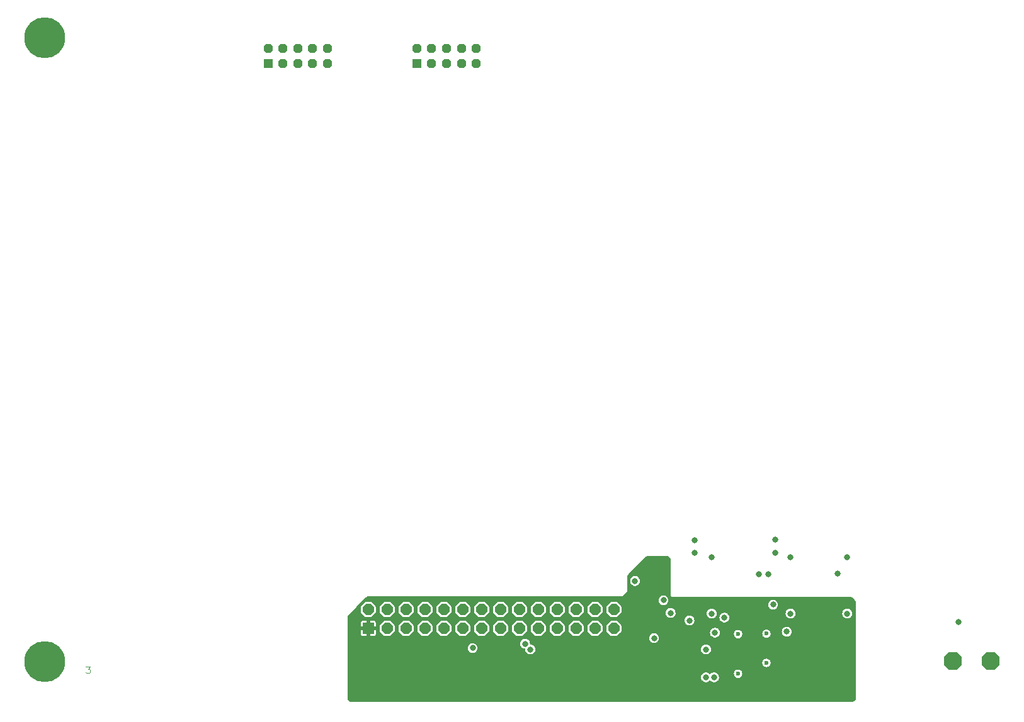
<source format=gbr>
%TF.GenerationSoftware,KiCad,Pcbnew,8.0.7-8.0.7-0~ubuntu22.04.1*%
%TF.CreationDate,2024-12-15T21:04:22+01:00*%
%TF.ProjectId,EEZ DIB 1.2 template,45455a20-4449-4422-9031-2e322074656d,rev?*%
%TF.SameCoordinates,Original*%
%TF.FileFunction,Copper,L3,Inr*%
%TF.FilePolarity,Positive*%
%FSLAX46Y46*%
G04 Gerber Fmt 4.6, Leading zero omitted, Abs format (unit mm)*
G04 Created by KiCad (PCBNEW 8.0.7-8.0.7-0~ubuntu22.04.1) date 2024-12-15 21:04:22*
%MOMM*%
%LPD*%
G01*
G04 APERTURE LIST*
G04 Aperture macros list*
%AMOutline5P*
0 Free polygon, 5 corners , with rotation*
0 The origin of the aperture is its center*
0 number of corners: always 5*
0 $1 to $10 corner X, Y*
0 $11 Rotation angle, in degrees counterclockwise*
0 create outline with 5 corners*
4,1,5,$1,$2,$3,$4,$5,$6,$7,$8,$9,$10,$1,$2,$11*%
%AMOutline6P*
0 Free polygon, 6 corners , with rotation*
0 The origin of the aperture is its center*
0 number of corners: always 6*
0 $1 to $12 corner X, Y*
0 $13 Rotation angle, in degrees counterclockwise*
0 create outline with 6 corners*
4,1,6,$1,$2,$3,$4,$5,$6,$7,$8,$9,$10,$11,$12,$1,$2,$13*%
%AMOutline7P*
0 Free polygon, 7 corners , with rotation*
0 The origin of the aperture is its center*
0 number of corners: always 7*
0 $1 to $14 corner X, Y*
0 $15 Rotation angle, in degrees counterclockwise*
0 create outline with 7 corners*
4,1,7,$1,$2,$3,$4,$5,$6,$7,$8,$9,$10,$11,$12,$13,$14,$1,$2,$15*%
%AMOutline8P*
0 Free polygon, 8 corners , with rotation*
0 The origin of the aperture is its center*
0 number of corners: always 8*
0 $1 to $16 corner X, Y*
0 $17 Rotation angle, in degrees counterclockwise*
0 create outline with 8 corners*
4,1,8,$1,$2,$3,$4,$5,$6,$7,$8,$9,$10,$11,$12,$13,$14,$15,$16,$1,$2,$17*%
G04 Aperture macros list end*
%ADD10C,0.101600*%
%TA.AperFunction,NonConductor*%
%ADD11C,0.101600*%
%TD*%
%TA.AperFunction,ComponentPad*%
%ADD12Outline8P,-1.200000X0.497056X-0.497056X1.200000X0.497056X1.200000X1.200000X0.497056X1.200000X-0.497056X0.497056X-1.200000X-0.497056X-1.200000X-1.200000X-0.497056X270.000000*%
%TD*%
%TA.AperFunction,ComponentPad*%
%ADD13R,1.500000X1.500000*%
%TD*%
%TA.AperFunction,ComponentPad*%
%ADD14Outline8P,-0.750000X0.310660X-0.310660X0.750000X0.310660X0.750000X0.750000X0.310660X0.750000X-0.310660X0.310660X-0.750000X-0.310660X-0.750000X-0.750000X-0.310660X0.000000*%
%TD*%
%TA.AperFunction,ComponentPad*%
%ADD15R,1.200000X1.200000*%
%TD*%
%TA.AperFunction,ComponentPad*%
%ADD16Outline8P,-0.600000X0.248528X-0.248528X0.600000X0.248528X0.600000X0.600000X0.248528X0.600000X-0.248528X0.248528X-0.600000X-0.248528X-0.600000X-0.600000X-0.248528X0.000000*%
%TD*%
%TA.AperFunction,ComponentPad*%
%ADD17C,5.500000*%
%TD*%
%TA.AperFunction,ViaPad*%
%ADD18C,0.806400*%
%TD*%
%TA.AperFunction,ViaPad*%
%ADD19C,0.600000*%
%TD*%
G04 APERTURE END LIST*
D10*
D11*
X92026800Y-147667210D02*
X92592857Y-147667210D01*
X92592857Y-147667210D02*
X92288057Y-148015553D01*
X92288057Y-148015553D02*
X92418686Y-148015553D01*
X92418686Y-148015553D02*
X92505772Y-148059096D01*
X92505772Y-148059096D02*
X92549314Y-148102639D01*
X92549314Y-148102639D02*
X92592857Y-148189725D01*
X92592857Y-148189725D02*
X92592857Y-148407439D01*
X92592857Y-148407439D02*
X92549314Y-148494525D01*
X92549314Y-148494525D02*
X92505772Y-148538068D01*
X92505772Y-148538068D02*
X92418686Y-148581610D01*
X92418686Y-148581610D02*
X92157429Y-148581610D01*
X92157429Y-148581610D02*
X92070343Y-148538068D01*
X92070343Y-148538068D02*
X92026800Y-148494525D01*
D12*
%TO.N,PE*%
%TO.C,J1*%
X213677100Y-146915600D03*
%TO.N,unconnected-(J1-Pad2)*%
X208597100Y-146915600D03*
%TD*%
D13*
%TO.N,+3V3*%
%TO.C,X1*%
X129980000Y-142540000D03*
D14*
%TO.N,unconnected-(X1-Pin_2-Pad2)*%
X129980000Y-140000000D03*
%TO.N,unconnected-(X1-Pin_3-Pad3)*%
X132520000Y-142540000D03*
%TO.N,/DIB v1.2 interface/DIB_NRESET*%
X132520000Y-140000000D03*
%TO.N,/DIB v1.2 interface/DIB_SCL*%
X135060000Y-142540000D03*
%TO.N,/DIB v1.2 interface/OE_SYNC*%
X135060000Y-140000000D03*
%TO.N,GNDIO*%
X137600000Y-142540000D03*
%TO.N,/DIB v1.2 interface/DIB_SDA*%
X137600000Y-140000000D03*
%TO.N,Net-(RN1B-2)*%
X140140000Y-142540000D03*
%TO.N,/DIB v1.2 interface/DIB_IRQ*%
X140140000Y-140000000D03*
%TO.N,GNDIO*%
X142680000Y-142540000D03*
%TO.N,/DIB v1.2 interface/DIB_CSB*%
X142680000Y-140000000D03*
%TO.N,Net-(RN1C-2)*%
X145220000Y-142540000D03*
%TO.N,Net-(RN1A-2)*%
X145220000Y-140000000D03*
%TO.N,Net-(RN1D-2)*%
X147760000Y-142540000D03*
%TO.N,GNDIO*%
X147760000Y-140000000D03*
%TO.N,/DIB v1.2 interface/DIB_A0*%
X150300000Y-142540000D03*
%TO.N,/DIB v1.2 interface/DIB_A2*%
X150300000Y-140000000D03*
%TO.N,/DIB v1.2 interface/DIB_A1*%
X152840000Y-142540000D03*
%TO.N,GNDIO*%
X152840000Y-140000000D03*
%TO.N,unconnected-(X1-Pin_21-Pad21)*%
X155380000Y-142540000D03*
%TO.N,unconnected-(X1-Pin_22-Pad22)*%
X155380000Y-140000000D03*
%TO.N,+5V*%
X157920000Y-142540000D03*
X157920000Y-140000000D03*
%TO.N,GNDIO*%
X160460000Y-142540000D03*
%TO.N,/DIB v1.2 interface/DIB_BOOT*%
X160460000Y-140000000D03*
%TO.N,unconnected-(X1-Pin_27-Pad27)*%
X163000000Y-142540000D03*
%TO.N,unconnected-(X1-Pin_28-Pad28)*%
X163000000Y-140000000D03*
%TD*%
D15*
%TO.N,GND*%
%TO.C,X3*%
X136500000Y-66500000D03*
D16*
X136500000Y-64500000D03*
%TO.N,/ADIB connectors (optional)/AFE2N*%
X138500000Y-66500000D03*
%TO.N,/ADIB connectors (optional)/AFE2P*%
X138500000Y-64500000D03*
%TO.N,GND*%
X140500000Y-66500000D03*
X140500000Y-64500000D03*
%TO.N,ADIB2_ID0*%
X142500000Y-66500000D03*
%TO.N,ADIB2_ID2*%
X142500000Y-64500000D03*
%TO.N,ADIB2_ID1*%
X144500000Y-66500000D03*
%TO.N,GND*%
X144500000Y-64500000D03*
%TD*%
D17*
%TO.N,*%
%TO.C,KK1*%
X86500000Y-63000000D03*
%TD*%
D15*
%TO.N,GND*%
%TO.C,X2*%
X116500000Y-66500000D03*
D16*
X116500000Y-64500000D03*
%TO.N,/ADIB connectors (optional)/AFE1N*%
X118500000Y-66500000D03*
%TO.N,/ADIB connectors (optional)/AFE1P*%
X118500000Y-64500000D03*
%TO.N,GND*%
X120500000Y-66500000D03*
X120500000Y-64500000D03*
%TO.N,ADIB1_ID0*%
X122500000Y-66500000D03*
%TO.N,ADIB1_ID2*%
X122500000Y-64500000D03*
%TO.N,ADIB1_ID1*%
X124500000Y-66500000D03*
%TO.N,GND*%
X124500000Y-64500000D03*
%TD*%
D17*
%TO.N,*%
%TO.C,KK2*%
X86500000Y-147000000D03*
%TD*%
D18*
%TO.N,GND*%
X176148600Y-132945600D03*
X209336000Y-141668500D03*
X183768600Y-135231600D03*
X184657600Y-130596100D03*
X194373100Y-132945600D03*
X186753100Y-132945600D03*
X173862600Y-130659600D03*
%TO.N,+3V3*%
X172338600Y-139232100D03*
X166433510Y-134810500D03*
X171449600Y-143359600D03*
X182435100Y-140565600D03*
X186245500Y-141668500D03*
X193103100Y-140565600D03*
%TO.N,GNDIO*%
X168401600Y-143867600D03*
X173164100Y-141485200D03*
X186245500Y-143002000D03*
X186753100Y-140565600D03*
X170624100Y-140481800D03*
X184403600Y-139359100D03*
X165848900Y-136171400D03*
X194373100Y-140565600D03*
X176148600Y-140565600D03*
%TO.N,/DIB v1.2 interface/DIB_A0*%
X169671600Y-138762200D03*
%TO.N,+3V3_ISO*%
X193039600Y-135168100D03*
X173862600Y-132374100D03*
X182498600Y-135231600D03*
X184657600Y-132374100D03*
%TO.N,/DIB v1.2 interface/DIB_SDA*%
X151066100Y-144629600D03*
%TO.N,/DIB v1.2 interface/DIB_SCL*%
X151764600Y-145391600D03*
%TO.N,/DIB v1.2 interface/DIB_BOOT*%
X177863502Y-141097002D03*
%TO.N,/DIB v1.2 interface/DIB_NRESET*%
X176593500Y-143129000D03*
X176466504Y-149138100D03*
%TO.N,/DIB v1.2 interface/OE_SYNC*%
X175387000Y-149138100D03*
X175387000Y-145391600D03*
D19*
%TO.N,/DIB v1.2 interface/DIB_CSB*%
X183515008Y-143256000D03*
X183515000Y-147193000D03*
%TO.N,/DIB v1.2 interface/DIB_IRQ*%
X179705000Y-143319506D03*
X179705000Y-148653500D03*
D18*
%TO.N,Net-(RN1A-2)*%
X144017600Y-145201100D03*
%TD*%
%TA.AperFunction,Conductor*%
%TO.N,+3V3*%
G36*
X170175960Y-132819135D02*
G01*
X170280777Y-132832934D01*
X170296532Y-132837155D01*
X170390400Y-132876037D01*
X170404518Y-132884187D01*
X170485128Y-132946041D01*
X170496662Y-132957576D01*
X170558509Y-133038177D01*
X170566663Y-133052301D01*
X170601328Y-133135986D01*
X170605543Y-133146163D01*
X170609765Y-133161922D01*
X170623565Y-133266740D01*
X170624100Y-133274898D01*
X170624100Y-138099994D01*
X170803706Y-138279600D01*
X194719191Y-138279600D01*
X194727348Y-138280134D01*
X194846606Y-138295835D01*
X194862363Y-138300057D01*
X194969685Y-138344511D01*
X194983811Y-138352666D01*
X195079255Y-138425904D01*
X195085391Y-138431286D01*
X195364413Y-138710308D01*
X195369796Y-138716445D01*
X195404908Y-138762203D01*
X195443030Y-138811884D01*
X195451188Y-138826014D01*
X195495642Y-138933336D01*
X195499864Y-138949096D01*
X195515565Y-139068351D01*
X195516100Y-139076509D01*
X195516100Y-151928005D01*
X195515565Y-151936163D01*
X195499864Y-152055418D01*
X195495642Y-152071178D01*
X195451188Y-152178500D01*
X195443030Y-152192630D01*
X195372319Y-152284782D01*
X195360782Y-152296319D01*
X195268630Y-152367030D01*
X195254500Y-152375188D01*
X195147178Y-152419642D01*
X195131418Y-152423864D01*
X195012164Y-152439565D01*
X195004006Y-152440100D01*
X127702194Y-152440100D01*
X127694036Y-152439565D01*
X127574781Y-152423864D01*
X127559021Y-152419642D01*
X127451699Y-152375188D01*
X127437571Y-152367031D01*
X127345414Y-152296316D01*
X127333883Y-152284785D01*
X127263166Y-152192626D01*
X127255011Y-152178500D01*
X127210557Y-152071178D01*
X127206335Y-152055418D01*
X127190635Y-151936163D01*
X127190100Y-151928005D01*
X127190100Y-149138096D01*
X174724469Y-149138096D01*
X174724469Y-149138103D01*
X174743719Y-149296646D01*
X174743720Y-149296650D01*
X174743720Y-149296651D01*
X174743721Y-149296654D01*
X174788443Y-149414576D01*
X174800359Y-149445997D01*
X174891085Y-149577436D01*
X174891088Y-149577439D01*
X175010639Y-149683352D01*
X175152063Y-149757577D01*
X175307141Y-149795800D01*
X175307143Y-149795800D01*
X175466857Y-149795800D01*
X175466859Y-149795800D01*
X175621937Y-149757577D01*
X175763361Y-149683352D01*
X175882912Y-149577439D01*
X175882912Y-149577438D01*
X175885307Y-149575317D01*
X175930526Y-149559713D01*
X175968197Y-149575317D01*
X175970591Y-149577438D01*
X175970592Y-149577439D01*
X176090143Y-149683352D01*
X176231567Y-149757577D01*
X176386645Y-149795800D01*
X176386647Y-149795800D01*
X176546361Y-149795800D01*
X176546363Y-149795800D01*
X176701441Y-149757577D01*
X176842865Y-149683352D01*
X176962416Y-149577439D01*
X177053146Y-149445994D01*
X177109783Y-149296654D01*
X177119967Y-149212785D01*
X177129035Y-149138103D01*
X177129035Y-149138096D01*
X177109784Y-148979553D01*
X177109783Y-148979549D01*
X177109783Y-148979546D01*
X177053146Y-148830206D01*
X177053144Y-148830204D01*
X177053144Y-148830202D01*
X176962418Y-148698763D01*
X176962414Y-148698759D01*
X176911325Y-148653498D01*
X179145715Y-148653498D01*
X179145715Y-148653501D01*
X179164770Y-148798247D01*
X179164771Y-148798253D01*
X179164772Y-148798254D01*
X179220645Y-148933143D01*
X179309526Y-149048974D01*
X179425357Y-149137855D01*
X179560246Y-149193728D01*
X179560250Y-149193728D01*
X179560252Y-149193729D01*
X179704998Y-149212785D01*
X179705000Y-149212785D01*
X179705002Y-149212785D01*
X179849747Y-149193729D01*
X179849747Y-149193728D01*
X179849754Y-149193728D01*
X179984643Y-149137855D01*
X180100474Y-149048974D01*
X180189355Y-148933143D01*
X180245228Y-148798254D01*
X180264285Y-148653500D01*
X180246528Y-148518623D01*
X180245229Y-148508752D01*
X180245228Y-148508750D01*
X180245228Y-148508746D01*
X180189355Y-148373858D01*
X180100474Y-148258026D01*
X180100472Y-148258025D01*
X180100472Y-148258024D01*
X180065349Y-148231074D01*
X179984643Y-148169145D01*
X179984639Y-148169143D01*
X179849757Y-148113273D01*
X179849747Y-148113270D01*
X179705002Y-148094215D01*
X179704998Y-148094215D01*
X179560252Y-148113270D01*
X179560242Y-148113273D01*
X179425360Y-148169143D01*
X179309525Y-148258025D01*
X179220643Y-148373860D01*
X179164773Y-148508742D01*
X179164770Y-148508752D01*
X179145715Y-148653498D01*
X176911325Y-148653498D01*
X176842864Y-148592847D01*
X176701442Y-148518623D01*
X176546365Y-148480400D01*
X176546363Y-148480400D01*
X176386645Y-148480400D01*
X176386642Y-148480400D01*
X176231565Y-148518623D01*
X176090143Y-148592847D01*
X175968197Y-148700882D01*
X175922978Y-148716486D01*
X175885307Y-148700882D01*
X175763360Y-148592847D01*
X175621938Y-148518623D01*
X175466861Y-148480400D01*
X175466859Y-148480400D01*
X175307141Y-148480400D01*
X175307138Y-148480400D01*
X175152061Y-148518623D01*
X175010639Y-148592847D01*
X174891089Y-148698759D01*
X174891085Y-148698763D01*
X174800359Y-148830202D01*
X174743720Y-148979549D01*
X174743719Y-148979553D01*
X174724469Y-149138096D01*
X127190100Y-149138096D01*
X127190100Y-147192998D01*
X182955715Y-147192998D01*
X182955715Y-147193001D01*
X182974770Y-147337747D01*
X182974771Y-147337753D01*
X182974772Y-147337754D01*
X183030645Y-147472643D01*
X183119526Y-147588474D01*
X183235357Y-147677355D01*
X183370246Y-147733228D01*
X183370250Y-147733228D01*
X183370252Y-147733229D01*
X183514998Y-147752285D01*
X183515000Y-147752285D01*
X183515002Y-147752285D01*
X183659747Y-147733229D01*
X183659747Y-147733228D01*
X183659754Y-147733228D01*
X183794643Y-147677355D01*
X183910474Y-147588474D01*
X183999355Y-147472643D01*
X184055228Y-147337754D01*
X184074285Y-147193000D01*
X184055228Y-147048246D01*
X183999355Y-146913358D01*
X183910474Y-146797526D01*
X183910472Y-146797525D01*
X183910472Y-146797524D01*
X183875349Y-146770574D01*
X183794643Y-146708645D01*
X183794639Y-146708643D01*
X183659757Y-146652773D01*
X183659747Y-146652770D01*
X183515002Y-146633715D01*
X183514998Y-146633715D01*
X183370252Y-146652770D01*
X183370242Y-146652773D01*
X183235360Y-146708643D01*
X183119525Y-146797525D01*
X183030643Y-146913360D01*
X182974773Y-147048242D01*
X182974770Y-147048252D01*
X182955715Y-147192998D01*
X127190100Y-147192998D01*
X127190100Y-145201096D01*
X143355069Y-145201096D01*
X143355069Y-145201103D01*
X143374319Y-145359646D01*
X143374320Y-145359650D01*
X143374320Y-145359651D01*
X143374321Y-145359654D01*
X143386438Y-145391603D01*
X143430959Y-145508997D01*
X143521685Y-145640436D01*
X143521688Y-145640439D01*
X143641239Y-145746352D01*
X143782663Y-145820577D01*
X143937741Y-145858800D01*
X143937743Y-145858800D01*
X144097457Y-145858800D01*
X144097459Y-145858800D01*
X144252537Y-145820577D01*
X144393961Y-145746352D01*
X144513512Y-145640439D01*
X144604242Y-145508994D01*
X144660879Y-145359654D01*
X144661161Y-145357333D01*
X144680131Y-145201103D01*
X144680131Y-145201096D01*
X144660880Y-145042553D01*
X144660879Y-145042549D01*
X144660879Y-145042546D01*
X144604242Y-144893206D01*
X144604240Y-144893204D01*
X144604240Y-144893202D01*
X144513514Y-144761763D01*
X144513510Y-144761759D01*
X144393960Y-144655847D01*
X144343943Y-144629596D01*
X150403569Y-144629596D01*
X150403569Y-144629603D01*
X150422819Y-144788146D01*
X150422820Y-144788150D01*
X150422820Y-144788151D01*
X150422821Y-144788154D01*
X150444891Y-144846347D01*
X150479459Y-144937497D01*
X150570185Y-145068936D01*
X150570188Y-145068939D01*
X150689739Y-145174852D01*
X150831163Y-145249077D01*
X150986241Y-145287300D01*
X151044185Y-145287300D01*
X151088379Y-145305606D01*
X151106685Y-145349800D01*
X151106229Y-145357333D01*
X151102069Y-145391597D01*
X151102069Y-145391603D01*
X151121319Y-145550146D01*
X151121320Y-145550150D01*
X151121320Y-145550151D01*
X151121321Y-145550154D01*
X151155562Y-145640440D01*
X151177959Y-145699497D01*
X151268685Y-145830936D01*
X151268689Y-145830940D01*
X151388239Y-145936852D01*
X151529663Y-146011077D01*
X151684741Y-146049300D01*
X151684743Y-146049300D01*
X151844457Y-146049300D01*
X151844459Y-146049300D01*
X151999537Y-146011077D01*
X152140961Y-145936852D01*
X152260512Y-145830939D01*
X152351242Y-145699494D01*
X152407879Y-145550154D01*
X152427131Y-145391600D01*
X152427131Y-145391596D01*
X174724469Y-145391596D01*
X174724469Y-145391603D01*
X174743719Y-145550146D01*
X174743720Y-145550150D01*
X174743720Y-145550151D01*
X174743721Y-145550154D01*
X174777962Y-145640440D01*
X174800359Y-145699497D01*
X174891085Y-145830936D01*
X174891089Y-145830940D01*
X175010639Y-145936852D01*
X175152063Y-146011077D01*
X175307141Y-146049300D01*
X175307143Y-146049300D01*
X175466857Y-146049300D01*
X175466859Y-146049300D01*
X175621937Y-146011077D01*
X175763361Y-145936852D01*
X175882912Y-145830939D01*
X175973642Y-145699494D01*
X176030279Y-145550154D01*
X176049531Y-145391600D01*
X176045370Y-145357333D01*
X176030280Y-145233053D01*
X176030279Y-145233049D01*
X176030279Y-145233046D01*
X175973642Y-145083706D01*
X175973640Y-145083704D01*
X175973640Y-145083702D01*
X175882914Y-144952263D01*
X175882910Y-144952259D01*
X175763360Y-144846347D01*
X175621938Y-144772123D01*
X175466861Y-144733900D01*
X175466859Y-144733900D01*
X175307141Y-144733900D01*
X175307138Y-144733900D01*
X175152061Y-144772123D01*
X175010639Y-144846347D01*
X174891089Y-144952259D01*
X174891085Y-144952263D01*
X174800359Y-145083702D01*
X174743720Y-145233049D01*
X174743719Y-145233053D01*
X174724469Y-145391596D01*
X152427131Y-145391596D01*
X152422970Y-145357333D01*
X152407880Y-145233053D01*
X152407879Y-145233049D01*
X152407879Y-145233046D01*
X152351242Y-145083706D01*
X152351240Y-145083704D01*
X152351240Y-145083702D01*
X152260514Y-144952263D01*
X152260510Y-144952259D01*
X152140960Y-144846347D01*
X151999538Y-144772123D01*
X151844461Y-144733900D01*
X151844459Y-144733900D01*
X151786515Y-144733900D01*
X151742321Y-144715594D01*
X151724015Y-144671400D01*
X151724471Y-144663867D01*
X151728631Y-144629602D01*
X151728631Y-144629596D01*
X151709380Y-144471053D01*
X151709379Y-144471049D01*
X151709379Y-144471046D01*
X151652742Y-144321706D01*
X151652740Y-144321704D01*
X151652740Y-144321702D01*
X151562014Y-144190263D01*
X151562010Y-144190259D01*
X151442460Y-144084347D01*
X151301038Y-144010123D01*
X151145961Y-143971900D01*
X151145959Y-143971900D01*
X150986241Y-143971900D01*
X150986238Y-143971900D01*
X150831161Y-144010123D01*
X150689739Y-144084347D01*
X150570189Y-144190259D01*
X150570185Y-144190263D01*
X150479459Y-144321702D01*
X150422820Y-144471049D01*
X150422819Y-144471053D01*
X150403569Y-144629596D01*
X144343943Y-144629596D01*
X144252538Y-144581623D01*
X144097461Y-144543400D01*
X144097459Y-144543400D01*
X143937741Y-144543400D01*
X143937738Y-144543400D01*
X143782661Y-144581623D01*
X143641239Y-144655847D01*
X143521689Y-144761759D01*
X143521685Y-144761763D01*
X143430959Y-144893202D01*
X143374320Y-145042549D01*
X143374319Y-145042553D01*
X143355069Y-145201096D01*
X127190100Y-145201096D01*
X127190100Y-143867596D01*
X167739069Y-143867596D01*
X167739069Y-143867603D01*
X167758319Y-144026146D01*
X167758320Y-144026150D01*
X167758320Y-144026151D01*
X167758321Y-144026154D01*
X167780391Y-144084347D01*
X167814959Y-144175497D01*
X167905685Y-144306936D01*
X167905688Y-144306939D01*
X168025239Y-144412852D01*
X168166663Y-144487077D01*
X168321741Y-144525300D01*
X168321743Y-144525300D01*
X168481457Y-144525300D01*
X168481459Y-144525300D01*
X168636537Y-144487077D01*
X168777961Y-144412852D01*
X168897512Y-144306939D01*
X168978049Y-144190261D01*
X168988240Y-144175497D01*
X168988240Y-144175496D01*
X168988242Y-144175494D01*
X169044879Y-144026154D01*
X169051467Y-143971900D01*
X169064131Y-143867603D01*
X169064131Y-143867596D01*
X169044880Y-143709053D01*
X169044879Y-143709049D01*
X169044879Y-143709046D01*
X168988242Y-143559706D01*
X168988240Y-143559704D01*
X168988240Y-143559702D01*
X168897514Y-143428263D01*
X168897510Y-143428259D01*
X168777960Y-143322347D01*
X168636538Y-143248123D01*
X168481461Y-143209900D01*
X168481459Y-143209900D01*
X168321741Y-143209900D01*
X168321738Y-143209900D01*
X168166661Y-143248123D01*
X168025239Y-143322347D01*
X167905689Y-143428259D01*
X167905685Y-143428263D01*
X167814959Y-143559702D01*
X167758320Y-143709049D01*
X167758319Y-143709053D01*
X167739069Y-143867596D01*
X127190100Y-143867596D01*
X127190100Y-141764982D01*
X128976000Y-141764982D01*
X128976000Y-142286000D01*
X129549297Y-142286000D01*
X129514075Y-142347007D01*
X129480000Y-142474174D01*
X129480000Y-142605826D01*
X129514075Y-142732993D01*
X129549297Y-142794000D01*
X128976001Y-142794000D01*
X128976001Y-143315018D01*
X128990736Y-143389104D01*
X128990738Y-143389108D01*
X129046876Y-143473123D01*
X129130891Y-143529261D01*
X129130895Y-143529263D01*
X129204982Y-143543999D01*
X129726000Y-143543999D01*
X129726000Y-142970702D01*
X129787007Y-143005925D01*
X129914174Y-143040000D01*
X130045826Y-143040000D01*
X130172993Y-143005925D01*
X130234000Y-142970702D01*
X130234000Y-143543999D01*
X130755015Y-143543999D01*
X130755018Y-143543998D01*
X130829104Y-143529263D01*
X130829108Y-143529261D01*
X130913123Y-143473123D01*
X130969261Y-143389108D01*
X130969263Y-143389104D01*
X130983999Y-143315017D01*
X130984000Y-143315017D01*
X130984000Y-142794000D01*
X130410703Y-142794000D01*
X130445925Y-142732993D01*
X130480000Y-142605826D01*
X130480000Y-142474174D01*
X130445925Y-142347007D01*
X130410703Y-142286000D01*
X130983999Y-142286000D01*
X130983999Y-142204273D01*
X131515499Y-142204273D01*
X131515499Y-142875729D01*
X131530264Y-142949960D01*
X131530265Y-142949962D01*
X131572314Y-143012892D01*
X131572316Y-143012894D01*
X132047105Y-143487682D01*
X132047107Y-143487684D01*
X132110037Y-143529733D01*
X132110039Y-143529734D01*
X132184273Y-143544500D01*
X132855729Y-143544501D01*
X132929961Y-143529735D01*
X132992893Y-143487685D01*
X133467684Y-143012893D01*
X133509734Y-142949961D01*
X133524500Y-142875727D01*
X133524501Y-142204273D01*
X134055499Y-142204273D01*
X134055499Y-142875729D01*
X134070264Y-142949960D01*
X134070265Y-142949962D01*
X134112314Y-143012892D01*
X134112316Y-143012894D01*
X134587105Y-143487682D01*
X134587107Y-143487684D01*
X134650037Y-143529733D01*
X134650039Y-143529734D01*
X134724273Y-143544500D01*
X135395729Y-143544501D01*
X135469961Y-143529735D01*
X135532893Y-143487685D01*
X136007684Y-143012893D01*
X136049734Y-142949961D01*
X136064500Y-142875727D01*
X136064501Y-142204273D01*
X136595499Y-142204273D01*
X136595499Y-142875729D01*
X136610264Y-142949960D01*
X136610265Y-142949962D01*
X136652314Y-143012892D01*
X136652316Y-143012894D01*
X137127105Y-143487682D01*
X137127107Y-143487684D01*
X137190037Y-143529733D01*
X137190039Y-143529734D01*
X137264273Y-143544500D01*
X137935729Y-143544501D01*
X138009961Y-143529735D01*
X138072893Y-143487685D01*
X138547684Y-143012893D01*
X138589734Y-142949961D01*
X138604500Y-142875727D01*
X138604501Y-142204273D01*
X139135499Y-142204273D01*
X139135499Y-142875729D01*
X139150264Y-142949960D01*
X139150265Y-142949962D01*
X139192314Y-143012892D01*
X139192316Y-143012894D01*
X139667105Y-143487682D01*
X139667107Y-143487684D01*
X139730037Y-143529733D01*
X139730039Y-143529734D01*
X139804273Y-143544500D01*
X140475729Y-143544501D01*
X140549961Y-143529735D01*
X140612893Y-143487685D01*
X141087684Y-143012893D01*
X141129734Y-142949961D01*
X141144500Y-142875727D01*
X141144501Y-142204273D01*
X141675499Y-142204273D01*
X141675499Y-142875729D01*
X141690264Y-142949960D01*
X141690265Y-142949962D01*
X141732314Y-143012892D01*
X141732316Y-143012894D01*
X142207105Y-143487682D01*
X142207107Y-143487684D01*
X142270037Y-143529733D01*
X142270039Y-143529734D01*
X142344273Y-143544500D01*
X143015729Y-143544501D01*
X143089961Y-143529735D01*
X143152893Y-143487685D01*
X143627684Y-143012893D01*
X143669734Y-142949961D01*
X143684500Y-142875727D01*
X143684501Y-142204273D01*
X144215499Y-142204273D01*
X144215499Y-142875729D01*
X144230264Y-142949960D01*
X144230265Y-142949962D01*
X144272314Y-143012892D01*
X144272316Y-143012894D01*
X144747105Y-143487682D01*
X144747107Y-143487684D01*
X144810037Y-143529733D01*
X144810039Y-143529734D01*
X144884273Y-143544500D01*
X145555729Y-143544501D01*
X145629961Y-143529735D01*
X145692893Y-143487685D01*
X146167684Y-143012893D01*
X146209734Y-142949961D01*
X146224500Y-142875727D01*
X146224501Y-142204273D01*
X146755499Y-142204273D01*
X146755499Y-142875729D01*
X146770264Y-142949960D01*
X146770265Y-142949962D01*
X146812314Y-143012892D01*
X146812316Y-143012894D01*
X147287105Y-143487682D01*
X147287107Y-143487684D01*
X147350037Y-143529733D01*
X147350039Y-143529734D01*
X147424273Y-143544500D01*
X148095729Y-143544501D01*
X148169961Y-143529735D01*
X148232893Y-143487685D01*
X148707684Y-143012893D01*
X148749734Y-142949961D01*
X148764500Y-142875727D01*
X148764501Y-142204273D01*
X149295499Y-142204273D01*
X149295499Y-142875729D01*
X149310264Y-142949960D01*
X149310265Y-142949962D01*
X149352314Y-143012892D01*
X149352316Y-143012894D01*
X149827105Y-143487682D01*
X149827107Y-143487684D01*
X149890037Y-143529733D01*
X149890039Y-143529734D01*
X149964273Y-143544500D01*
X150635729Y-143544501D01*
X150709961Y-143529735D01*
X150772893Y-143487685D01*
X151247684Y-143012893D01*
X151289734Y-142949961D01*
X151304500Y-142875727D01*
X151304501Y-142204273D01*
X151835499Y-142204273D01*
X151835499Y-142875729D01*
X151850264Y-142949960D01*
X151850265Y-142949962D01*
X151892314Y-143012892D01*
X151892316Y-143012894D01*
X152367105Y-143487682D01*
X152367107Y-143487684D01*
X152430037Y-143529733D01*
X152430039Y-143529734D01*
X152504273Y-143544500D01*
X153175729Y-143544501D01*
X153249961Y-143529735D01*
X153312893Y-143487685D01*
X153787684Y-143012893D01*
X153829734Y-142949961D01*
X153844500Y-142875727D01*
X153844501Y-142204273D01*
X154375499Y-142204273D01*
X154375499Y-142875729D01*
X154390264Y-142949960D01*
X154390265Y-142949962D01*
X154432314Y-143012892D01*
X154432316Y-143012894D01*
X154907105Y-143487682D01*
X154907107Y-143487684D01*
X154970037Y-143529733D01*
X154970039Y-143529734D01*
X155044273Y-143544500D01*
X155715729Y-143544501D01*
X155789961Y-143529735D01*
X155852893Y-143487685D01*
X156327684Y-143012893D01*
X156369734Y-142949961D01*
X156384500Y-142875727D01*
X156384501Y-142204273D01*
X156915499Y-142204273D01*
X156915499Y-142875729D01*
X156930264Y-142949960D01*
X156930265Y-142949962D01*
X156972314Y-143012892D01*
X156972316Y-143012894D01*
X157447105Y-143487682D01*
X157447107Y-143487684D01*
X157510037Y-143529733D01*
X157510039Y-143529734D01*
X157584273Y-143544500D01*
X158255729Y-143544501D01*
X158329961Y-143529735D01*
X158392893Y-143487685D01*
X158867684Y-143012893D01*
X158909734Y-142949961D01*
X158924500Y-142875727D01*
X158924501Y-142204273D01*
X159455499Y-142204273D01*
X159455499Y-142875729D01*
X159470264Y-142949960D01*
X159470265Y-142949962D01*
X159512314Y-143012892D01*
X159512316Y-143012894D01*
X159987105Y-143487682D01*
X159987107Y-143487684D01*
X160050037Y-143529733D01*
X160050039Y-143529734D01*
X160124273Y-143544500D01*
X160795729Y-143544501D01*
X160869961Y-143529735D01*
X160932893Y-143487685D01*
X161407684Y-143012893D01*
X161449734Y-142949961D01*
X161464500Y-142875727D01*
X161464501Y-142204273D01*
X161995499Y-142204273D01*
X161995499Y-142875729D01*
X162010264Y-142949960D01*
X162010265Y-142949962D01*
X162052314Y-143012892D01*
X162052316Y-143012894D01*
X162527105Y-143487682D01*
X162527107Y-143487684D01*
X162590037Y-143529733D01*
X162590039Y-143529734D01*
X162664273Y-143544500D01*
X163335729Y-143544501D01*
X163409961Y-143529735D01*
X163472893Y-143487685D01*
X163831581Y-143128996D01*
X175930969Y-143128996D01*
X175930969Y-143129003D01*
X175950219Y-143287546D01*
X175950220Y-143287550D01*
X175950220Y-143287551D01*
X175950221Y-143287554D01*
X175963417Y-143322348D01*
X176006859Y-143436897D01*
X176097585Y-143568336D01*
X176097588Y-143568339D01*
X176217139Y-143674252D01*
X176358563Y-143748477D01*
X176513641Y-143786700D01*
X176513643Y-143786700D01*
X176673357Y-143786700D01*
X176673359Y-143786700D01*
X176828437Y-143748477D01*
X176969861Y-143674252D01*
X177089412Y-143568339D01*
X177180142Y-143436894D01*
X177224662Y-143319504D01*
X179145715Y-143319504D01*
X179145715Y-143319507D01*
X179164770Y-143464253D01*
X179164773Y-143464263D01*
X179207881Y-143568336D01*
X179220645Y-143599149D01*
X179309526Y-143714980D01*
X179425357Y-143803861D01*
X179560246Y-143859734D01*
X179560250Y-143859734D01*
X179560252Y-143859735D01*
X179704998Y-143878791D01*
X179705000Y-143878791D01*
X179705002Y-143878791D01*
X179849747Y-143859735D01*
X179849747Y-143859734D01*
X179849754Y-143859734D01*
X179984643Y-143803861D01*
X180100474Y-143714980D01*
X180189355Y-143599149D01*
X180245228Y-143464260D01*
X180245229Y-143464253D01*
X180264285Y-143319507D01*
X180264285Y-143319504D01*
X180255924Y-143255998D01*
X182955723Y-143255998D01*
X182955723Y-143256001D01*
X182974778Y-143400747D01*
X182974781Y-143400757D01*
X183028205Y-143529735D01*
X183030653Y-143535643D01*
X183119534Y-143651474D01*
X183235365Y-143740355D01*
X183370254Y-143796228D01*
X183370258Y-143796228D01*
X183370260Y-143796229D01*
X183515006Y-143815285D01*
X183515008Y-143815285D01*
X183515010Y-143815285D01*
X183659755Y-143796229D01*
X183659755Y-143796228D01*
X183659762Y-143796228D01*
X183794651Y-143740355D01*
X183910482Y-143651474D01*
X183999363Y-143535643D01*
X184055236Y-143400754D01*
X184066523Y-143315017D01*
X184074293Y-143256001D01*
X184074293Y-143255998D01*
X184055237Y-143111252D01*
X184055236Y-143111250D01*
X184055236Y-143111246D01*
X184014497Y-143012894D01*
X184009983Y-143001996D01*
X185582969Y-143001996D01*
X185582969Y-143002003D01*
X185602219Y-143160546D01*
X185602220Y-143160550D01*
X185602220Y-143160551D01*
X185602221Y-143160554D01*
X185638418Y-143255998D01*
X185658859Y-143309897D01*
X185749585Y-143441336D01*
X185749589Y-143441340D01*
X185869139Y-143547252D01*
X185968020Y-143599149D01*
X186010563Y-143621477D01*
X186165641Y-143659700D01*
X186165643Y-143659700D01*
X186325357Y-143659700D01*
X186325359Y-143659700D01*
X186480437Y-143621477D01*
X186621861Y-143547252D01*
X186741412Y-143441339D01*
X186832142Y-143309894D01*
X186888779Y-143160554D01*
X186903433Y-143039868D01*
X186908031Y-143002003D01*
X186908031Y-143001996D01*
X186888780Y-142843453D01*
X186888779Y-142843449D01*
X186888779Y-142843446D01*
X186832142Y-142694106D01*
X186832140Y-142694104D01*
X186832140Y-142694102D01*
X186741414Y-142562663D01*
X186741410Y-142562659D01*
X186621860Y-142456747D01*
X186480438Y-142382523D01*
X186325361Y-142344300D01*
X186325359Y-142344300D01*
X186165641Y-142344300D01*
X186165638Y-142344300D01*
X186010561Y-142382523D01*
X185869139Y-142456747D01*
X185749589Y-142562659D01*
X185749585Y-142562663D01*
X185658859Y-142694102D01*
X185602220Y-142843449D01*
X185602219Y-142843453D01*
X185582969Y-143001996D01*
X184009983Y-143001996D01*
X183999365Y-142976362D01*
X183999364Y-142976361D01*
X183999363Y-142976358D01*
X183910482Y-142860526D01*
X183910480Y-142860525D01*
X183910480Y-142860524D01*
X183859104Y-142821102D01*
X183794651Y-142771645D01*
X183794647Y-142771643D01*
X183659765Y-142715773D01*
X183659755Y-142715770D01*
X183515010Y-142696715D01*
X183515006Y-142696715D01*
X183370260Y-142715770D01*
X183370250Y-142715773D01*
X183235368Y-142771643D01*
X183119533Y-142860525D01*
X183030651Y-142976360D01*
X182974781Y-143111242D01*
X182974778Y-143111252D01*
X182955723Y-143255998D01*
X180255924Y-143255998D01*
X180245229Y-143174758D01*
X180245228Y-143174756D01*
X180245228Y-143174752D01*
X180217291Y-143107308D01*
X180189357Y-143039868D01*
X180189356Y-143039867D01*
X180189355Y-143039864D01*
X180100474Y-142924032D01*
X180100472Y-142924031D01*
X180100472Y-142924030D01*
X180065349Y-142897080D01*
X179984643Y-142835151D01*
X179984639Y-142835149D01*
X179849757Y-142779279D01*
X179849747Y-142779276D01*
X179705002Y-142760221D01*
X179704998Y-142760221D01*
X179560252Y-142779276D01*
X179560242Y-142779279D01*
X179425360Y-142835149D01*
X179309525Y-142924031D01*
X179220643Y-143039866D01*
X179164773Y-143174748D01*
X179164770Y-143174758D01*
X179145715Y-143319504D01*
X177224662Y-143319504D01*
X177236779Y-143287554D01*
X177256031Y-143129000D01*
X177253875Y-143111246D01*
X177236780Y-142970453D01*
X177236779Y-142970449D01*
X177236779Y-142970446D01*
X177180142Y-142821106D01*
X177180140Y-142821104D01*
X177180140Y-142821102D01*
X177089414Y-142689663D01*
X177089410Y-142689659D01*
X176969860Y-142583747D01*
X176828438Y-142509523D01*
X176673361Y-142471300D01*
X176673359Y-142471300D01*
X176513641Y-142471300D01*
X176513638Y-142471300D01*
X176358561Y-142509523D01*
X176217139Y-142583747D01*
X176097589Y-142689659D01*
X176097585Y-142689663D01*
X176006859Y-142821102D01*
X175950220Y-142970449D01*
X175950219Y-142970453D01*
X175930969Y-143128996D01*
X163831581Y-143128996D01*
X163947684Y-143012893D01*
X163989734Y-142949961D01*
X164004500Y-142875727D01*
X164004501Y-142204271D01*
X163989735Y-142130039D01*
X163947685Y-142067107D01*
X163472893Y-141592316D01*
X163472892Y-141592315D01*
X163409962Y-141550266D01*
X163409960Y-141550265D01*
X163335727Y-141535500D01*
X163335726Y-141535499D01*
X162664270Y-141535499D01*
X162590039Y-141550264D01*
X162590037Y-141550265D01*
X162527107Y-141592314D01*
X162527105Y-141592316D01*
X162052317Y-142067105D01*
X162052315Y-142067107D01*
X162010266Y-142130037D01*
X162010265Y-142130039D01*
X161995500Y-142204272D01*
X161995499Y-142204273D01*
X161464501Y-142204273D01*
X161464501Y-142204271D01*
X161449735Y-142130039D01*
X161407685Y-142067107D01*
X160932893Y-141592316D01*
X160932892Y-141592315D01*
X160869962Y-141550266D01*
X160869960Y-141550265D01*
X160795727Y-141535500D01*
X160795726Y-141535499D01*
X160124270Y-141535499D01*
X160050039Y-141550264D01*
X160050037Y-141550265D01*
X159987107Y-141592314D01*
X159987105Y-141592316D01*
X159512317Y-142067105D01*
X159512315Y-142067107D01*
X159470266Y-142130037D01*
X159470265Y-142130039D01*
X159455500Y-142204272D01*
X159455499Y-142204273D01*
X158924501Y-142204273D01*
X158924501Y-142204271D01*
X158909735Y-142130039D01*
X158867685Y-142067107D01*
X158392893Y-141592316D01*
X158392892Y-141592315D01*
X158329962Y-141550266D01*
X158329960Y-141550265D01*
X158255727Y-141535500D01*
X158255726Y-141535499D01*
X157584270Y-141535499D01*
X157510039Y-141550264D01*
X157510037Y-141550265D01*
X157447107Y-141592314D01*
X157447105Y-141592316D01*
X156972317Y-142067105D01*
X156972315Y-142067107D01*
X156930266Y-142130037D01*
X156930265Y-142130039D01*
X156915500Y-142204272D01*
X156915499Y-142204273D01*
X156384501Y-142204273D01*
X156384501Y-142204271D01*
X156369735Y-142130039D01*
X156327685Y-142067107D01*
X155852893Y-141592316D01*
X155852892Y-141592315D01*
X155789962Y-141550266D01*
X155789960Y-141550265D01*
X155715727Y-141535500D01*
X155715726Y-141535499D01*
X155044270Y-141535499D01*
X154970039Y-141550264D01*
X154970037Y-141550265D01*
X154907107Y-141592314D01*
X154907105Y-141592316D01*
X154432317Y-142067105D01*
X154432315Y-142067107D01*
X154390266Y-142130037D01*
X154390265Y-142130039D01*
X154375500Y-142204272D01*
X154375499Y-142204273D01*
X153844501Y-142204273D01*
X153844501Y-142204271D01*
X153829735Y-142130039D01*
X153787685Y-142067107D01*
X153312893Y-141592316D01*
X153312892Y-141592315D01*
X153249962Y-141550266D01*
X153249960Y-141550265D01*
X153175727Y-141535500D01*
X153175726Y-141535499D01*
X152504270Y-141535499D01*
X152430039Y-141550264D01*
X152430037Y-141550265D01*
X152367107Y-141592314D01*
X152367105Y-141592316D01*
X151892317Y-142067105D01*
X151892315Y-142067107D01*
X151850266Y-142130037D01*
X151850265Y-142130039D01*
X151835500Y-142204272D01*
X151835499Y-142204273D01*
X151304501Y-142204273D01*
X151304501Y-142204271D01*
X151289735Y-142130039D01*
X151247685Y-142067107D01*
X150772893Y-141592316D01*
X150772892Y-141592315D01*
X150709962Y-141550266D01*
X150709960Y-141550265D01*
X150635727Y-141535500D01*
X150635726Y-141535499D01*
X149964270Y-141535499D01*
X149890039Y-141550264D01*
X149890037Y-141550265D01*
X149827107Y-141592314D01*
X149827105Y-141592316D01*
X149352317Y-142067105D01*
X149352315Y-142067107D01*
X149310266Y-142130037D01*
X149310265Y-142130039D01*
X149295500Y-142204272D01*
X149295499Y-142204273D01*
X148764501Y-142204273D01*
X148764501Y-142204271D01*
X148749735Y-142130039D01*
X148707685Y-142067107D01*
X148232893Y-141592316D01*
X148232892Y-141592315D01*
X148169962Y-141550266D01*
X148169960Y-141550265D01*
X148095727Y-141535500D01*
X148095726Y-141535499D01*
X147424270Y-141535499D01*
X147350039Y-141550264D01*
X147350037Y-141550265D01*
X147287107Y-141592314D01*
X147287105Y-141592316D01*
X146812317Y-142067105D01*
X146812315Y-142067107D01*
X146770266Y-142130037D01*
X146770265Y-142130039D01*
X146755500Y-142204272D01*
X146755499Y-142204273D01*
X146224501Y-142204273D01*
X146224501Y-142204271D01*
X146209735Y-142130039D01*
X146167685Y-142067107D01*
X145692893Y-141592316D01*
X145692892Y-141592315D01*
X145629962Y-141550266D01*
X145629960Y-141550265D01*
X145555727Y-141535500D01*
X145555726Y-141535499D01*
X144884270Y-141535499D01*
X144810039Y-141550264D01*
X144810037Y-141550265D01*
X144747107Y-141592314D01*
X144747105Y-141592316D01*
X144272317Y-142067105D01*
X144272315Y-142067107D01*
X144230266Y-142130037D01*
X144230265Y-142130039D01*
X144215500Y-142204272D01*
X144215499Y-142204273D01*
X143684501Y-142204273D01*
X143684501Y-142204271D01*
X143669735Y-142130039D01*
X143627685Y-142067107D01*
X143152893Y-141592316D01*
X143152892Y-141592315D01*
X143089962Y-141550266D01*
X143089960Y-141550265D01*
X143015727Y-141535500D01*
X143015726Y-141535499D01*
X142344270Y-141535499D01*
X142270039Y-141550264D01*
X142270037Y-141550265D01*
X142207107Y-141592314D01*
X142207105Y-141592316D01*
X141732317Y-142067105D01*
X141732315Y-142067107D01*
X141690266Y-142130037D01*
X141690265Y-142130039D01*
X141675500Y-142204272D01*
X141675499Y-142204273D01*
X141144501Y-142204273D01*
X141144501Y-142204271D01*
X141129735Y-142130039D01*
X141087685Y-142067107D01*
X140612893Y-141592316D01*
X140612892Y-141592315D01*
X140549962Y-141550266D01*
X140549960Y-141550265D01*
X140475727Y-141535500D01*
X140475726Y-141535499D01*
X139804270Y-141535499D01*
X139730039Y-141550264D01*
X139730037Y-141550265D01*
X139667107Y-141592314D01*
X139667105Y-141592316D01*
X139192317Y-142067105D01*
X139192315Y-142067107D01*
X139150266Y-142130037D01*
X139150265Y-142130039D01*
X139135500Y-142204272D01*
X139135499Y-142204273D01*
X138604501Y-142204273D01*
X138604501Y-142204271D01*
X138589735Y-142130039D01*
X138547685Y-142067107D01*
X138072893Y-141592316D01*
X138072892Y-141592315D01*
X138009962Y-141550266D01*
X138009960Y-141550265D01*
X137935727Y-141535500D01*
X137935726Y-141535499D01*
X137264270Y-141535499D01*
X137190039Y-141550264D01*
X137190037Y-141550265D01*
X137127107Y-141592314D01*
X137127105Y-141592316D01*
X136652317Y-142067105D01*
X136652315Y-142067107D01*
X136610266Y-142130037D01*
X136610265Y-142130039D01*
X136595500Y-142204272D01*
X136595499Y-142204273D01*
X136064501Y-142204273D01*
X136064501Y-142204271D01*
X136049735Y-142130039D01*
X136007685Y-142067107D01*
X135532893Y-141592316D01*
X135532892Y-141592315D01*
X135469962Y-141550266D01*
X135469960Y-141550265D01*
X135395727Y-141535500D01*
X135395726Y-141535499D01*
X134724270Y-141535499D01*
X134650039Y-141550264D01*
X134650037Y-141550265D01*
X134587107Y-141592314D01*
X134587105Y-141592316D01*
X134112317Y-142067105D01*
X134112315Y-142067107D01*
X134070266Y-142130037D01*
X134070265Y-142130039D01*
X134055500Y-142204272D01*
X134055499Y-142204273D01*
X133524501Y-142204273D01*
X133524501Y-142204271D01*
X133509735Y-142130039D01*
X133467685Y-142067107D01*
X132992893Y-141592316D01*
X132992892Y-141592315D01*
X132929962Y-141550266D01*
X132929960Y-141550265D01*
X132855727Y-141535500D01*
X132855726Y-141535499D01*
X132184270Y-141535499D01*
X132110039Y-141550264D01*
X132110037Y-141550265D01*
X132047107Y-141592314D01*
X132047105Y-141592316D01*
X131572317Y-142067105D01*
X131572315Y-142067107D01*
X131530266Y-142130037D01*
X131530265Y-142130039D01*
X131515500Y-142204272D01*
X131515499Y-142204273D01*
X130983999Y-142204273D01*
X130983999Y-141764985D01*
X130983998Y-141764981D01*
X130969263Y-141690895D01*
X130969261Y-141690891D01*
X130913123Y-141606876D01*
X130829108Y-141550738D01*
X130829104Y-141550736D01*
X130755017Y-141536000D01*
X130234000Y-141536000D01*
X130234000Y-142109297D01*
X130172993Y-142074075D01*
X130045826Y-142040000D01*
X129914174Y-142040000D01*
X129787007Y-142074075D01*
X129726000Y-142109297D01*
X129726000Y-141536000D01*
X129204985Y-141536000D01*
X129204981Y-141536001D01*
X129130895Y-141550736D01*
X129130891Y-141550738D01*
X129046876Y-141606876D01*
X128990738Y-141690891D01*
X128990736Y-141690895D01*
X128976000Y-141764982D01*
X127190100Y-141764982D01*
X127190100Y-141485196D01*
X172501569Y-141485196D01*
X172501569Y-141485203D01*
X172520819Y-141643746D01*
X172520820Y-141643750D01*
X172520820Y-141643751D01*
X172520821Y-141643754D01*
X172548402Y-141716479D01*
X172577459Y-141793097D01*
X172668185Y-141924536D01*
X172668188Y-141924539D01*
X172787739Y-142030452D01*
X172929163Y-142104677D01*
X173084241Y-142142900D01*
X173084243Y-142142900D01*
X173243957Y-142142900D01*
X173243959Y-142142900D01*
X173399037Y-142104677D01*
X173540461Y-142030452D01*
X173660012Y-141924539D01*
X173750742Y-141793094D01*
X173807379Y-141643754D01*
X173818673Y-141550738D01*
X173826631Y-141485203D01*
X173826631Y-141485196D01*
X173807380Y-141326653D01*
X173807379Y-141326649D01*
X173807379Y-141326646D01*
X173750742Y-141177306D01*
X173750740Y-141177304D01*
X173750740Y-141177302D01*
X173660014Y-141045863D01*
X173660010Y-141045859D01*
X173540460Y-140939947D01*
X173399038Y-140865723D01*
X173243961Y-140827500D01*
X173243959Y-140827500D01*
X173084241Y-140827500D01*
X173084238Y-140827500D01*
X172929161Y-140865723D01*
X172787739Y-140939947D01*
X172668189Y-141045859D01*
X172668185Y-141045863D01*
X172577459Y-141177302D01*
X172520820Y-141326649D01*
X172520819Y-141326653D01*
X172501569Y-141485196D01*
X127190100Y-141485196D01*
X127190100Y-141045009D01*
X127190635Y-141036851D01*
X127202374Y-140947683D01*
X127206336Y-140917591D01*
X127210555Y-140901839D01*
X127255012Y-140794511D01*
X127263164Y-140780391D01*
X127336410Y-140684936D01*
X127341778Y-140678816D01*
X128356321Y-139664273D01*
X128975499Y-139664273D01*
X128975499Y-140335729D01*
X128990264Y-140409960D01*
X128990265Y-140409962D01*
X129032314Y-140472892D01*
X129032316Y-140472894D01*
X129507105Y-140947682D01*
X129507107Y-140947684D01*
X129570037Y-140989733D01*
X129570039Y-140989734D01*
X129644273Y-141004500D01*
X130315729Y-141004501D01*
X130389961Y-140989735D01*
X130452893Y-140947685D01*
X130927684Y-140472893D01*
X130969734Y-140409961D01*
X130984500Y-140335727D01*
X130984501Y-139664273D01*
X131515499Y-139664273D01*
X131515499Y-140335729D01*
X131530264Y-140409960D01*
X131530265Y-140409962D01*
X131572314Y-140472892D01*
X131572316Y-140472894D01*
X132047105Y-140947682D01*
X132047107Y-140947684D01*
X132110037Y-140989733D01*
X132110039Y-140989734D01*
X132184273Y-141004500D01*
X132855729Y-141004501D01*
X132929961Y-140989735D01*
X132992893Y-140947685D01*
X133467684Y-140472893D01*
X133509734Y-140409961D01*
X133524500Y-140335727D01*
X133524501Y-139664273D01*
X134055499Y-139664273D01*
X134055499Y-140335729D01*
X134070264Y-140409960D01*
X134070265Y-140409962D01*
X134112314Y-140472892D01*
X134112316Y-140472894D01*
X134587105Y-140947682D01*
X134587107Y-140947684D01*
X134650037Y-140989733D01*
X134650039Y-140989734D01*
X134724273Y-141004500D01*
X135395729Y-141004501D01*
X135469961Y-140989735D01*
X135532893Y-140947685D01*
X136007684Y-140472893D01*
X136049734Y-140409961D01*
X136064500Y-140335727D01*
X136064501Y-139664273D01*
X136595499Y-139664273D01*
X136595499Y-140335729D01*
X136610264Y-140409960D01*
X136610265Y-140409962D01*
X136652314Y-140472892D01*
X136652316Y-140472894D01*
X137127105Y-140947682D01*
X137127107Y-140947684D01*
X137190037Y-140989733D01*
X137190039Y-140989734D01*
X137264273Y-141004500D01*
X137935729Y-141004501D01*
X138009961Y-140989735D01*
X138072893Y-140947685D01*
X138547684Y-140472893D01*
X138589734Y-140409961D01*
X138604500Y-140335727D01*
X138604501Y-139664273D01*
X139135499Y-139664273D01*
X139135499Y-140335729D01*
X139150264Y-140409960D01*
X139150265Y-140409962D01*
X139192314Y-140472892D01*
X139192316Y-140472894D01*
X139667105Y-140947682D01*
X139667107Y-140947684D01*
X139730037Y-140989733D01*
X139730039Y-140989734D01*
X139804273Y-141004500D01*
X140475729Y-141004501D01*
X140549961Y-140989735D01*
X140612893Y-140947685D01*
X141087684Y-140472893D01*
X141129734Y-140409961D01*
X141144500Y-140335727D01*
X141144501Y-139664273D01*
X141675499Y-139664273D01*
X141675499Y-140335729D01*
X141690264Y-140409960D01*
X141690265Y-140409962D01*
X141732314Y-140472892D01*
X141732316Y-140472894D01*
X142207105Y-140947682D01*
X142207107Y-140947684D01*
X142270037Y-140989733D01*
X142270039Y-140989734D01*
X142344273Y-141004500D01*
X143015729Y-141004501D01*
X143089961Y-140989735D01*
X143152893Y-140947685D01*
X143627684Y-140472893D01*
X143669734Y-140409961D01*
X143684500Y-140335727D01*
X143684501Y-139664273D01*
X144215499Y-139664273D01*
X144215499Y-140335729D01*
X144230264Y-140409960D01*
X144230265Y-140409962D01*
X144272314Y-140472892D01*
X144272316Y-140472894D01*
X144747105Y-140947682D01*
X144747107Y-140947684D01*
X144810037Y-140989733D01*
X144810039Y-140989734D01*
X144884273Y-141004500D01*
X145555729Y-141004501D01*
X145629961Y-140989735D01*
X145692893Y-140947685D01*
X146167684Y-140472893D01*
X146209734Y-140409961D01*
X146224500Y-140335727D01*
X146224501Y-139664273D01*
X146755499Y-139664273D01*
X146755499Y-140335729D01*
X146770264Y-140409960D01*
X146770265Y-140409962D01*
X146812314Y-140472892D01*
X146812316Y-140472894D01*
X147287105Y-140947682D01*
X147287107Y-140947684D01*
X147350037Y-140989733D01*
X147350039Y-140989734D01*
X147424273Y-141004500D01*
X148095729Y-141004501D01*
X148169961Y-140989735D01*
X148232893Y-140947685D01*
X148707684Y-140472893D01*
X148749734Y-140409961D01*
X148764500Y-140335727D01*
X148764501Y-139664273D01*
X149295499Y-139664273D01*
X149295499Y-140335729D01*
X149310264Y-140409960D01*
X149310265Y-140409962D01*
X149352314Y-140472892D01*
X149352316Y-140472894D01*
X149827105Y-140947682D01*
X149827107Y-140947684D01*
X149890037Y-140989733D01*
X149890039Y-140989734D01*
X149964273Y-141004500D01*
X150635729Y-141004501D01*
X150709961Y-140989735D01*
X150772893Y-140947685D01*
X151247684Y-140472893D01*
X151289734Y-140409961D01*
X151304500Y-140335727D01*
X151304501Y-139664273D01*
X151835499Y-139664273D01*
X151835499Y-140335729D01*
X151850264Y-140409960D01*
X151850265Y-140409962D01*
X151892314Y-140472892D01*
X151892316Y-140472894D01*
X152367105Y-140947682D01*
X152367107Y-140947684D01*
X152430037Y-140989733D01*
X152430039Y-140989734D01*
X152504273Y-141004500D01*
X153175729Y-141004501D01*
X153249961Y-140989735D01*
X153312893Y-140947685D01*
X153787684Y-140472893D01*
X153829734Y-140409961D01*
X153844500Y-140335727D01*
X153844501Y-139664273D01*
X154375499Y-139664273D01*
X154375499Y-140335729D01*
X154390264Y-140409960D01*
X154390265Y-140409962D01*
X154432314Y-140472892D01*
X154432316Y-140472894D01*
X154907105Y-140947682D01*
X154907107Y-140947684D01*
X154970037Y-140989733D01*
X154970039Y-140989734D01*
X155044273Y-141004500D01*
X155715729Y-141004501D01*
X155789961Y-140989735D01*
X155852893Y-140947685D01*
X156327684Y-140472893D01*
X156369734Y-140409961D01*
X156384500Y-140335727D01*
X156384501Y-139664273D01*
X156915499Y-139664273D01*
X156915499Y-140335729D01*
X156930264Y-140409960D01*
X156930265Y-140409962D01*
X156972314Y-140472892D01*
X156972316Y-140472894D01*
X157447105Y-140947682D01*
X157447107Y-140947684D01*
X157510037Y-140989733D01*
X157510039Y-140989734D01*
X157584273Y-141004500D01*
X158255729Y-141004501D01*
X158329961Y-140989735D01*
X158392893Y-140947685D01*
X158867684Y-140472893D01*
X158909734Y-140409961D01*
X158924500Y-140335727D01*
X158924501Y-139664273D01*
X159455499Y-139664273D01*
X159455499Y-140335729D01*
X159470264Y-140409960D01*
X159470265Y-140409962D01*
X159512314Y-140472892D01*
X159512316Y-140472894D01*
X159987105Y-140947682D01*
X159987107Y-140947684D01*
X160050037Y-140989733D01*
X160050039Y-140989734D01*
X160124273Y-141004500D01*
X160795729Y-141004501D01*
X160869961Y-140989735D01*
X160932893Y-140947685D01*
X161407684Y-140472893D01*
X161449734Y-140409961D01*
X161464500Y-140335727D01*
X161464501Y-139664273D01*
X161995499Y-139664273D01*
X161995499Y-140335729D01*
X162010264Y-140409960D01*
X162010265Y-140409962D01*
X162052314Y-140472892D01*
X162052316Y-140472894D01*
X162527105Y-140947682D01*
X162527107Y-140947684D01*
X162590037Y-140989733D01*
X162590039Y-140989734D01*
X162664273Y-141004500D01*
X163335729Y-141004501D01*
X163409961Y-140989735D01*
X163472893Y-140947685D01*
X163938781Y-140481796D01*
X169961569Y-140481796D01*
X169961569Y-140481803D01*
X169980819Y-140640346D01*
X169980820Y-140640350D01*
X169980820Y-140640351D01*
X169980821Y-140640354D01*
X169995408Y-140678816D01*
X170037459Y-140789697D01*
X170128185Y-140921136D01*
X170128188Y-140921139D01*
X170247739Y-141027052D01*
X170389163Y-141101277D01*
X170544241Y-141139500D01*
X170544243Y-141139500D01*
X170703957Y-141139500D01*
X170703959Y-141139500D01*
X170859037Y-141101277D01*
X171000461Y-141027052D01*
X171120012Y-140921139D01*
X171210742Y-140789694D01*
X171267379Y-140640354D01*
X171267380Y-140640346D01*
X171276456Y-140565596D01*
X175486069Y-140565596D01*
X175486069Y-140565603D01*
X175505319Y-140724146D01*
X175505320Y-140724150D01*
X175505320Y-140724151D01*
X175505321Y-140724154D01*
X175526649Y-140780391D01*
X175561959Y-140873497D01*
X175652685Y-141004936D01*
X175652688Y-141004939D01*
X175772239Y-141110852D01*
X175913663Y-141185077D01*
X176068741Y-141223300D01*
X176068743Y-141223300D01*
X176228457Y-141223300D01*
X176228459Y-141223300D01*
X176383537Y-141185077D01*
X176524961Y-141110852D01*
X176540599Y-141096998D01*
X177200971Y-141096998D01*
X177200971Y-141097005D01*
X177220221Y-141255548D01*
X177220222Y-141255552D01*
X177220222Y-141255553D01*
X177220223Y-141255556D01*
X177264945Y-141373478D01*
X177276861Y-141404899D01*
X177367587Y-141536338D01*
X177367591Y-141536342D01*
X177487141Y-141642254D01*
X177628565Y-141716479D01*
X177783643Y-141754702D01*
X177783645Y-141754702D01*
X177943359Y-141754702D01*
X177943361Y-141754702D01*
X178098439Y-141716479D01*
X178239863Y-141642254D01*
X178359414Y-141536341D01*
X178450144Y-141404896D01*
X178506781Y-141255556D01*
X178520873Y-141139499D01*
X178526033Y-141097005D01*
X178526033Y-141096998D01*
X178506782Y-140938455D01*
X178506781Y-140938451D01*
X178506781Y-140938448D01*
X178450144Y-140789108D01*
X178450142Y-140789106D01*
X178450142Y-140789104D01*
X178359416Y-140657665D01*
X178359412Y-140657661D01*
X178255492Y-140565596D01*
X186090569Y-140565596D01*
X186090569Y-140565603D01*
X186109819Y-140724146D01*
X186109820Y-140724150D01*
X186109820Y-140724151D01*
X186109821Y-140724154D01*
X186131149Y-140780391D01*
X186166459Y-140873497D01*
X186257185Y-141004936D01*
X186257188Y-141004939D01*
X186376739Y-141110852D01*
X186518163Y-141185077D01*
X186673241Y-141223300D01*
X186673243Y-141223300D01*
X186832957Y-141223300D01*
X186832959Y-141223300D01*
X186988037Y-141185077D01*
X187129461Y-141110852D01*
X187249012Y-141004939D01*
X187339742Y-140873494D01*
X187396379Y-140724154D01*
X187404452Y-140657665D01*
X187415631Y-140565603D01*
X187415631Y-140565596D01*
X193710569Y-140565596D01*
X193710569Y-140565603D01*
X193729819Y-140724146D01*
X193729820Y-140724150D01*
X193729820Y-140724151D01*
X193729821Y-140724154D01*
X193751149Y-140780391D01*
X193786459Y-140873497D01*
X193877185Y-141004936D01*
X193877188Y-141004939D01*
X193996739Y-141110852D01*
X194138163Y-141185077D01*
X194293241Y-141223300D01*
X194293243Y-141223300D01*
X194452957Y-141223300D01*
X194452959Y-141223300D01*
X194608037Y-141185077D01*
X194749461Y-141110852D01*
X194869012Y-141004939D01*
X194959742Y-140873494D01*
X195016379Y-140724154D01*
X195024452Y-140657665D01*
X195035631Y-140565603D01*
X195035631Y-140565596D01*
X195016380Y-140407053D01*
X195016379Y-140407049D01*
X195016379Y-140407046D01*
X194959742Y-140257706D01*
X194959740Y-140257704D01*
X194959740Y-140257702D01*
X194869014Y-140126263D01*
X194869010Y-140126259D01*
X194749460Y-140020347D01*
X194608038Y-139946123D01*
X194452961Y-139907900D01*
X194452959Y-139907900D01*
X194293241Y-139907900D01*
X194293238Y-139907900D01*
X194138161Y-139946123D01*
X193996739Y-140020347D01*
X193877189Y-140126259D01*
X193877185Y-140126263D01*
X193786459Y-140257702D01*
X193729820Y-140407049D01*
X193729819Y-140407053D01*
X193710569Y-140565596D01*
X187415631Y-140565596D01*
X187396380Y-140407053D01*
X187396379Y-140407049D01*
X187396379Y-140407046D01*
X187339742Y-140257706D01*
X187339740Y-140257704D01*
X187339740Y-140257702D01*
X187249014Y-140126263D01*
X187249010Y-140126259D01*
X187129460Y-140020347D01*
X186988038Y-139946123D01*
X186832961Y-139907900D01*
X186832959Y-139907900D01*
X186673241Y-139907900D01*
X186673238Y-139907900D01*
X186518161Y-139946123D01*
X186376739Y-140020347D01*
X186257189Y-140126259D01*
X186257185Y-140126263D01*
X186166459Y-140257702D01*
X186109820Y-140407049D01*
X186109819Y-140407053D01*
X186090569Y-140565596D01*
X178255492Y-140565596D01*
X178239862Y-140551749D01*
X178098440Y-140477525D01*
X177943363Y-140439302D01*
X177943361Y-140439302D01*
X177783643Y-140439302D01*
X177783640Y-140439302D01*
X177628563Y-140477525D01*
X177487141Y-140551749D01*
X177367591Y-140657661D01*
X177367587Y-140657665D01*
X177276861Y-140789104D01*
X177220222Y-140938451D01*
X177220221Y-140938455D01*
X177200971Y-141096998D01*
X176540599Y-141096998D01*
X176644512Y-141004939D01*
X176735242Y-140873494D01*
X176791879Y-140724154D01*
X176799952Y-140657665D01*
X176811131Y-140565603D01*
X176811131Y-140565596D01*
X176791880Y-140407053D01*
X176791879Y-140407049D01*
X176791879Y-140407046D01*
X176735242Y-140257706D01*
X176735240Y-140257704D01*
X176735240Y-140257702D01*
X176644514Y-140126263D01*
X176644510Y-140126259D01*
X176524960Y-140020347D01*
X176383538Y-139946123D01*
X176228461Y-139907900D01*
X176228459Y-139907900D01*
X176068741Y-139907900D01*
X176068738Y-139907900D01*
X175913661Y-139946123D01*
X175772239Y-140020347D01*
X175652689Y-140126259D01*
X175652685Y-140126263D01*
X175561959Y-140257702D01*
X175505320Y-140407049D01*
X175505319Y-140407053D01*
X175486069Y-140565596D01*
X171276456Y-140565596D01*
X171286631Y-140481803D01*
X171286631Y-140481796D01*
X171267380Y-140323253D01*
X171267379Y-140323249D01*
X171267379Y-140323246D01*
X171210742Y-140173906D01*
X171210740Y-140173904D01*
X171210740Y-140173902D01*
X171120014Y-140042463D01*
X171120010Y-140042459D01*
X171000460Y-139936547D01*
X170859038Y-139862323D01*
X170703961Y-139824100D01*
X170703959Y-139824100D01*
X170544241Y-139824100D01*
X170544238Y-139824100D01*
X170389161Y-139862323D01*
X170247739Y-139936547D01*
X170128189Y-140042459D01*
X170128185Y-140042463D01*
X170037459Y-140173902D01*
X169980820Y-140323249D01*
X169980819Y-140323253D01*
X169961569Y-140481796D01*
X163938781Y-140481796D01*
X163947684Y-140472893D01*
X163989734Y-140409961D01*
X164004500Y-140335727D01*
X164004501Y-139664271D01*
X163989735Y-139590039D01*
X163947685Y-139527107D01*
X163472893Y-139052316D01*
X163472892Y-139052315D01*
X163409962Y-139010266D01*
X163409960Y-139010265D01*
X163335727Y-138995500D01*
X163335726Y-138995499D01*
X162664270Y-138995499D01*
X162590039Y-139010264D01*
X162590037Y-139010265D01*
X162527107Y-139052314D01*
X162527105Y-139052316D01*
X162052317Y-139527105D01*
X162052315Y-139527107D01*
X162010266Y-139590037D01*
X162010265Y-139590039D01*
X161995500Y-139664272D01*
X161995499Y-139664273D01*
X161464501Y-139664273D01*
X161464501Y-139664271D01*
X161449735Y-139590039D01*
X161407685Y-139527107D01*
X160932893Y-139052316D01*
X160932892Y-139052315D01*
X160869962Y-139010266D01*
X160869960Y-139010265D01*
X160795727Y-138995500D01*
X160795726Y-138995499D01*
X160124270Y-138995499D01*
X160050039Y-139010264D01*
X160050037Y-139010265D01*
X159987107Y-139052314D01*
X159987105Y-139052316D01*
X159512317Y-139527105D01*
X159512315Y-139527107D01*
X159470266Y-139590037D01*
X159470265Y-139590039D01*
X159455500Y-139664272D01*
X159455499Y-139664273D01*
X158924501Y-139664273D01*
X158924501Y-139664271D01*
X158909735Y-139590039D01*
X158867685Y-139527107D01*
X158392893Y-139052316D01*
X158392892Y-139052315D01*
X158329962Y-139010266D01*
X158329960Y-139010265D01*
X158255727Y-138995500D01*
X158255726Y-138995499D01*
X157584270Y-138995499D01*
X157510039Y-139010264D01*
X157510037Y-139010265D01*
X157447107Y-139052314D01*
X157447105Y-139052316D01*
X156972317Y-139527105D01*
X156972315Y-139527107D01*
X156930266Y-139590037D01*
X156930265Y-139590039D01*
X156915500Y-139664272D01*
X156915499Y-139664273D01*
X156384501Y-139664273D01*
X156384501Y-139664271D01*
X156369735Y-139590039D01*
X156327685Y-139527107D01*
X155852893Y-139052316D01*
X155852892Y-139052315D01*
X155789962Y-139010266D01*
X155789960Y-139010265D01*
X155715727Y-138995500D01*
X155715726Y-138995499D01*
X155044270Y-138995499D01*
X154970039Y-139010264D01*
X154970037Y-139010265D01*
X154907107Y-139052314D01*
X154907105Y-139052316D01*
X154432317Y-139527105D01*
X154432315Y-139527107D01*
X154390266Y-139590037D01*
X154390265Y-139590039D01*
X154375500Y-139664272D01*
X154375499Y-139664273D01*
X153844501Y-139664273D01*
X153844501Y-139664271D01*
X153829735Y-139590039D01*
X153787685Y-139527107D01*
X153312893Y-139052316D01*
X153312892Y-139052315D01*
X153249962Y-139010266D01*
X153249960Y-139010265D01*
X153175727Y-138995500D01*
X153175726Y-138995499D01*
X152504270Y-138995499D01*
X152430039Y-139010264D01*
X152430037Y-139010265D01*
X152367107Y-139052314D01*
X152367105Y-139052316D01*
X151892317Y-139527105D01*
X151892315Y-139527107D01*
X151850266Y-139590037D01*
X151850265Y-139590039D01*
X151835500Y-139664272D01*
X151835499Y-139664273D01*
X151304501Y-139664273D01*
X151304501Y-139664271D01*
X151289735Y-139590039D01*
X151247685Y-139527107D01*
X150772893Y-139052316D01*
X150772892Y-139052315D01*
X150709962Y-139010266D01*
X150709960Y-139010265D01*
X150635727Y-138995500D01*
X150635726Y-138995499D01*
X149964270Y-138995499D01*
X149890039Y-139010264D01*
X149890037Y-139010265D01*
X149827107Y-139052314D01*
X149827105Y-139052316D01*
X149352317Y-139527105D01*
X149352315Y-139527107D01*
X149310266Y-139590037D01*
X149310265Y-139590039D01*
X149295500Y-139664272D01*
X149295499Y-139664273D01*
X148764501Y-139664273D01*
X148764501Y-139664271D01*
X148749735Y-139590039D01*
X148707685Y-139527107D01*
X148232893Y-139052316D01*
X148232892Y-139052315D01*
X148169962Y-139010266D01*
X148169960Y-139010265D01*
X148095727Y-138995500D01*
X148095726Y-138995499D01*
X147424270Y-138995499D01*
X147350039Y-139010264D01*
X147350037Y-139010265D01*
X147287107Y-139052314D01*
X147287105Y-139052316D01*
X146812317Y-139527105D01*
X146812315Y-139527107D01*
X146770266Y-139590037D01*
X146770265Y-139590039D01*
X146755500Y-139664272D01*
X146755499Y-139664273D01*
X146224501Y-139664273D01*
X146224501Y-139664271D01*
X146209735Y-139590039D01*
X146167685Y-139527107D01*
X145692893Y-139052316D01*
X145692892Y-139052315D01*
X145629962Y-139010266D01*
X145629960Y-139010265D01*
X145555727Y-138995500D01*
X145555726Y-138995499D01*
X144884270Y-138995499D01*
X144810039Y-139010264D01*
X144810037Y-139010265D01*
X144747107Y-139052314D01*
X144747105Y-139052316D01*
X144272317Y-139527105D01*
X144272315Y-139527107D01*
X144230266Y-139590037D01*
X144230265Y-139590039D01*
X144215500Y-139664272D01*
X144215499Y-139664273D01*
X143684501Y-139664273D01*
X143684501Y-139664271D01*
X143669735Y-139590039D01*
X143627685Y-139527107D01*
X143152893Y-139052316D01*
X143152892Y-139052315D01*
X143089962Y-139010266D01*
X143089960Y-139010265D01*
X143015727Y-138995500D01*
X143015726Y-138995499D01*
X142344270Y-138995499D01*
X142270039Y-139010264D01*
X142270037Y-139010265D01*
X142207107Y-139052314D01*
X142207105Y-139052316D01*
X141732317Y-139527105D01*
X141732315Y-139527107D01*
X141690266Y-139590037D01*
X141690265Y-139590039D01*
X141675500Y-139664272D01*
X141675499Y-139664273D01*
X141144501Y-139664273D01*
X141144501Y-139664271D01*
X141129735Y-139590039D01*
X141087685Y-139527107D01*
X140612893Y-139052316D01*
X140612892Y-139052315D01*
X140549962Y-139010266D01*
X140549960Y-139010265D01*
X140475727Y-138995500D01*
X140475726Y-138995499D01*
X139804270Y-138995499D01*
X139730039Y-139010264D01*
X139730037Y-139010265D01*
X139667107Y-139052314D01*
X139667105Y-139052316D01*
X139192317Y-139527105D01*
X139192315Y-139527107D01*
X139150266Y-139590037D01*
X139150265Y-139590039D01*
X139135500Y-139664272D01*
X139135499Y-139664273D01*
X138604501Y-139664273D01*
X138604501Y-139664271D01*
X138589735Y-139590039D01*
X138547685Y-139527107D01*
X138072893Y-139052316D01*
X138072892Y-139052315D01*
X138009962Y-139010266D01*
X138009960Y-139010265D01*
X137935727Y-138995500D01*
X137935726Y-138995499D01*
X137264270Y-138995499D01*
X137190039Y-139010264D01*
X137190037Y-139010265D01*
X137127107Y-139052314D01*
X137127105Y-139052316D01*
X136652317Y-139527105D01*
X136652315Y-139527107D01*
X136610266Y-139590037D01*
X136610265Y-139590039D01*
X136595500Y-139664272D01*
X136595499Y-139664273D01*
X136064501Y-139664273D01*
X136064501Y-139664271D01*
X136049735Y-139590039D01*
X136007685Y-139527107D01*
X135532893Y-139052316D01*
X135532892Y-139052315D01*
X135469962Y-139010266D01*
X135469960Y-139010265D01*
X135395727Y-138995500D01*
X135395726Y-138995499D01*
X134724270Y-138995499D01*
X134650039Y-139010264D01*
X134650037Y-139010265D01*
X134587107Y-139052314D01*
X134587105Y-139052316D01*
X134112317Y-139527105D01*
X134112315Y-139527107D01*
X134070266Y-139590037D01*
X134070265Y-139590039D01*
X134055500Y-139664272D01*
X134055499Y-139664273D01*
X133524501Y-139664273D01*
X133524501Y-139664271D01*
X133509735Y-139590039D01*
X133467685Y-139527107D01*
X132992893Y-139052316D01*
X132992892Y-139052315D01*
X132929962Y-139010266D01*
X132929960Y-139010265D01*
X132855727Y-138995500D01*
X132855726Y-138995499D01*
X132184270Y-138995499D01*
X132110039Y-139010264D01*
X132110037Y-139010265D01*
X132047107Y-139052314D01*
X132047105Y-139052316D01*
X131572317Y-139527105D01*
X131572315Y-139527107D01*
X131530266Y-139590037D01*
X131530265Y-139590039D01*
X131515500Y-139664272D01*
X131515499Y-139664273D01*
X130984501Y-139664273D01*
X130984501Y-139664271D01*
X130969735Y-139590039D01*
X130927685Y-139527107D01*
X130452893Y-139052316D01*
X130452892Y-139052315D01*
X130389962Y-139010266D01*
X130389960Y-139010265D01*
X130315727Y-138995500D01*
X130315726Y-138995499D01*
X129644270Y-138995499D01*
X129570039Y-139010264D01*
X129570037Y-139010265D01*
X129507107Y-139052314D01*
X129507105Y-139052316D01*
X129032317Y-139527105D01*
X129032315Y-139527107D01*
X128990266Y-139590037D01*
X128990265Y-139590039D01*
X128975500Y-139664272D01*
X128975499Y-139664273D01*
X128356321Y-139664273D01*
X129258398Y-138762196D01*
X169009069Y-138762196D01*
X169009069Y-138762203D01*
X169028319Y-138920746D01*
X169028320Y-138920750D01*
X169028320Y-138920751D01*
X169028321Y-138920754D01*
X169062268Y-139010264D01*
X169084959Y-139070097D01*
X169175685Y-139201536D01*
X169175688Y-139201539D01*
X169295239Y-139307452D01*
X169436663Y-139381677D01*
X169591741Y-139419900D01*
X169591743Y-139419900D01*
X169751457Y-139419900D01*
X169751459Y-139419900D01*
X169906537Y-139381677D01*
X169949562Y-139359096D01*
X183741069Y-139359096D01*
X183741069Y-139359103D01*
X183760319Y-139517646D01*
X183760320Y-139517650D01*
X183760320Y-139517651D01*
X183760321Y-139517654D01*
X183787772Y-139590037D01*
X183816959Y-139666997D01*
X183907685Y-139798436D01*
X183907688Y-139798439D01*
X184027239Y-139904352D01*
X184168663Y-139978577D01*
X184323741Y-140016800D01*
X184323743Y-140016800D01*
X184483457Y-140016800D01*
X184483459Y-140016800D01*
X184638537Y-139978577D01*
X184779961Y-139904352D01*
X184899512Y-139798439D01*
X184990242Y-139666994D01*
X185046879Y-139517654D01*
X185066131Y-139359100D01*
X185046879Y-139200546D01*
X184990242Y-139051206D01*
X184990240Y-139051204D01*
X184990240Y-139051202D01*
X184899514Y-138919763D01*
X184899510Y-138919759D01*
X184779960Y-138813847D01*
X184638538Y-138739623D01*
X184483461Y-138701400D01*
X184483459Y-138701400D01*
X184323741Y-138701400D01*
X184323738Y-138701400D01*
X184168661Y-138739623D01*
X184027239Y-138813847D01*
X183907689Y-138919759D01*
X183907685Y-138919763D01*
X183816959Y-139051202D01*
X183760320Y-139200549D01*
X183760319Y-139200553D01*
X183741069Y-139359096D01*
X169949562Y-139359096D01*
X170047961Y-139307452D01*
X170167512Y-139201539D01*
X170258242Y-139070094D01*
X170314879Y-138920754D01*
X170327860Y-138813847D01*
X170334131Y-138762203D01*
X170334131Y-138762196D01*
X170314880Y-138603653D01*
X170314879Y-138603649D01*
X170314879Y-138603646D01*
X170258242Y-138454306D01*
X170258240Y-138454304D01*
X170258240Y-138454302D01*
X170167514Y-138322863D01*
X170167510Y-138322859D01*
X170047960Y-138216947D01*
X169906538Y-138142723D01*
X169751461Y-138104500D01*
X169751459Y-138104500D01*
X169591741Y-138104500D01*
X169591738Y-138104500D01*
X169436661Y-138142723D01*
X169295239Y-138216947D01*
X169175689Y-138322859D01*
X169175685Y-138322863D01*
X169084959Y-138454302D01*
X169028320Y-138603649D01*
X169028319Y-138603653D01*
X169009069Y-138762196D01*
X129258398Y-138762196D01*
X129652816Y-138367778D01*
X129658936Y-138362410D01*
X129754391Y-138289164D01*
X129768511Y-138281012D01*
X129875839Y-138236555D01*
X129891591Y-138232336D01*
X130010851Y-138216634D01*
X130019009Y-138216100D01*
X163884068Y-138216100D01*
X163884074Y-138216100D01*
X164094494Y-138216100D01*
X164782100Y-137528494D01*
X164782100Y-136171396D01*
X165186369Y-136171396D01*
X165186369Y-136171403D01*
X165205619Y-136329946D01*
X165205620Y-136329950D01*
X165205620Y-136329951D01*
X165205621Y-136329954D01*
X165250343Y-136447876D01*
X165262259Y-136479297D01*
X165352985Y-136610736D01*
X165352988Y-136610739D01*
X165472539Y-136716652D01*
X165613963Y-136790877D01*
X165769041Y-136829100D01*
X165769043Y-136829100D01*
X165928757Y-136829100D01*
X165928759Y-136829100D01*
X166083837Y-136790877D01*
X166225261Y-136716652D01*
X166344812Y-136610739D01*
X166435542Y-136479294D01*
X166492179Y-136329954D01*
X166511431Y-136171400D01*
X166492179Y-136012846D01*
X166435542Y-135863506D01*
X166435540Y-135863504D01*
X166435540Y-135863502D01*
X166344814Y-135732063D01*
X166344810Y-135732059D01*
X166225260Y-135626147D01*
X166083838Y-135551923D01*
X165928761Y-135513700D01*
X165928759Y-135513700D01*
X165769041Y-135513700D01*
X165769038Y-135513700D01*
X165613961Y-135551923D01*
X165472539Y-135626147D01*
X165352989Y-135732059D01*
X165352985Y-135732063D01*
X165262259Y-135863502D01*
X165205620Y-136012849D01*
X165205619Y-136012853D01*
X165186369Y-136171396D01*
X164782100Y-136171396D01*
X164782100Y-135584009D01*
X164782635Y-135575851D01*
X164785785Y-135551923D01*
X164798336Y-135456591D01*
X164802555Y-135440839D01*
X164847012Y-135333511D01*
X164855164Y-135319391D01*
X164928410Y-135223936D01*
X164933778Y-135217816D01*
X167181316Y-132970278D01*
X167187436Y-132964910D01*
X167282891Y-132891664D01*
X167297011Y-132883512D01*
X167404339Y-132839055D01*
X167420091Y-132834836D01*
X167539351Y-132819134D01*
X167547509Y-132818600D01*
X170167802Y-132818600D01*
X170175960Y-132819135D01*
G37*
%TD.AperFunction*%
%TD*%
M02*

</source>
